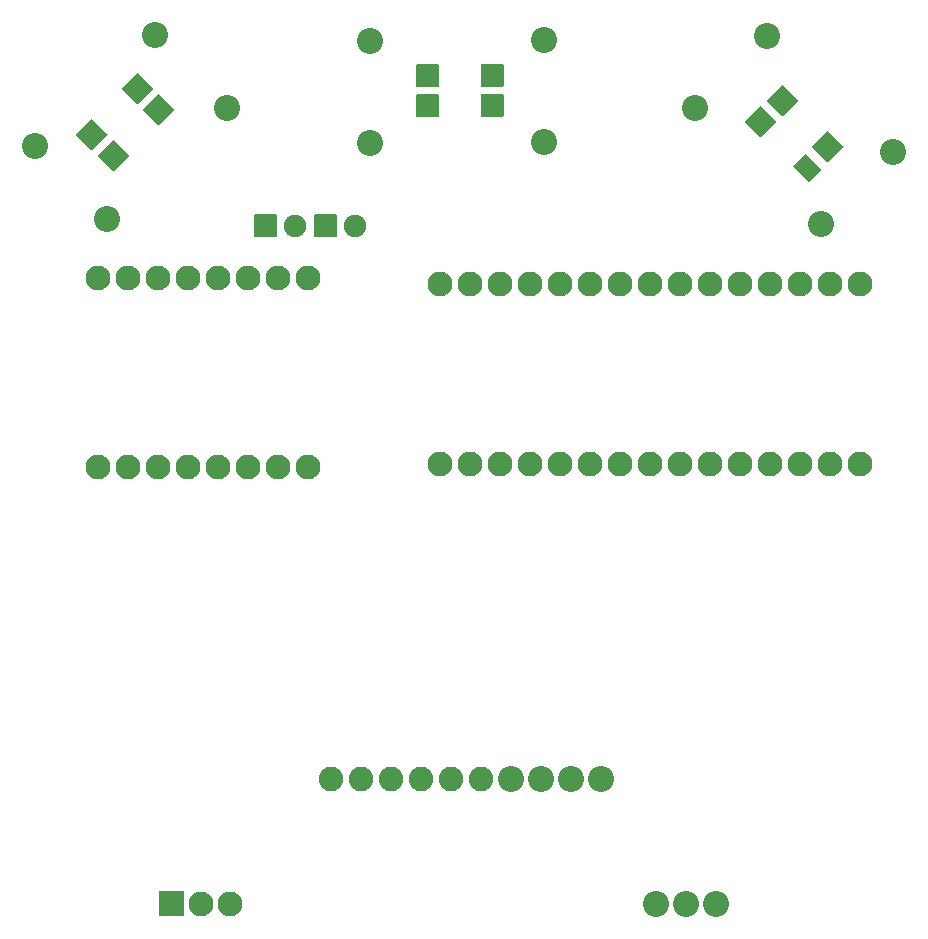
<source format=gts>
G04 Layer: TopSolderMaskLayer*
G04 EasyEDA v6.5.5, 2022-07-13 22:11:28*
G04 388c56e55b024576a5eedb72c528fe0a,d87ca97578a24c0188edd79bd05468ec,10*
G04 Gerber Generator version 0.2*
G04 Scale: 100 percent, Rotated: No, Reflected: No *
G04 Dimensions in millimeters *
G04 leading zeros omitted , absolute positions ,4 integer and 5 decimal *
%FSLAX45Y45*%
%MOMM*%

%ADD23C,2.1016*%
%ADD25C,1.9016*%
%ADD26C,2.2032*%
%ADD28C,2.0832*%

%LPD*%
G36*
X1432052Y-7661655D02*
G01*
X1432001Y-7661579D01*
X1430477Y-7661325D01*
X1428953Y-7660563D01*
X1427937Y-7659547D01*
X1427175Y-7658023D01*
X1426921Y-7656499D01*
X1426971Y-7656576D01*
X1426971Y-7456423D01*
X1426921Y-7456500D01*
X1427175Y-7454976D01*
X1427937Y-7453452D01*
X1428953Y-7452436D01*
X1430477Y-7451674D01*
X1432001Y-7451420D01*
X1432052Y-7451344D01*
X1631950Y-7451344D01*
X1632000Y-7451420D01*
X1633524Y-7451674D01*
X1635048Y-7452436D01*
X1636064Y-7453452D01*
X1636826Y-7454976D01*
X1637080Y-7456500D01*
X1637029Y-7456423D01*
X1637029Y-7656576D01*
X1637080Y-7656499D01*
X1636826Y-7658023D01*
X1636064Y-7659547D01*
X1635048Y-7660563D01*
X1633524Y-7661325D01*
X1632000Y-7661579D01*
X1631950Y-7661655D01*
G37*
D23*
G01*
X1781987Y-7556500D03*
G01*
X2032000Y-7556500D03*
G36*
X2746087Y-1911205D02*
G01*
X2744563Y-1910951D01*
X2743039Y-1910189D01*
X2742023Y-1909173D01*
X2741261Y-1907649D01*
X2741007Y-1906125D01*
X2740913Y-1906015D01*
X2740913Y-1726184D01*
X2741007Y-1726125D01*
X2741261Y-1724601D01*
X2742023Y-1723077D01*
X2743039Y-1722061D01*
X2744563Y-1721299D01*
X2746087Y-1721045D01*
X2745993Y-1721104D01*
X2926079Y-1721104D01*
X2926087Y-1721045D01*
X2927611Y-1721299D01*
X2929135Y-1722061D01*
X2930151Y-1723077D01*
X2930913Y-1724601D01*
X2931167Y-1726125D01*
X2931159Y-1726184D01*
X2931159Y-1906015D01*
X2931167Y-1906125D01*
X2930913Y-1907649D01*
X2930151Y-1909173D01*
X2929135Y-1910189D01*
X2927611Y-1910951D01*
X2926087Y-1911205D01*
X2926079Y-1911095D01*
X2745993Y-1911095D01*
G37*
D25*
G01*
X3086100Y-1816100D03*
G36*
X2238113Y-1911205D02*
G01*
X2236589Y-1910951D01*
X2235065Y-1910189D01*
X2234049Y-1909173D01*
X2233287Y-1907649D01*
X2233033Y-1906125D01*
X2232913Y-1906015D01*
X2232913Y-1726184D01*
X2233033Y-1726125D01*
X2233287Y-1724601D01*
X2234049Y-1723077D01*
X2235065Y-1722061D01*
X2236589Y-1721299D01*
X2238113Y-1721045D01*
X2237993Y-1721104D01*
X2418079Y-1721104D01*
X2418113Y-1721045D01*
X2419637Y-1721299D01*
X2421161Y-1722061D01*
X2422177Y-1723077D01*
X2422939Y-1724601D01*
X2423193Y-1726125D01*
X2423159Y-1726184D01*
X2423159Y-1906015D01*
X2423193Y-1906125D01*
X2422939Y-1907649D01*
X2422177Y-1909173D01*
X2421161Y-1910189D01*
X2419637Y-1910951D01*
X2418113Y-1911205D01*
X2418079Y-1911095D01*
X2237993Y-1911095D01*
G37*
G01*
X2578100Y-1816100D03*
D23*
G01*
X3810000Y-3835400D03*
G01*
X4064000Y-3835400D03*
G01*
X4318000Y-3835400D03*
G01*
X4572000Y-3835400D03*
G01*
X4826000Y-3835400D03*
G01*
X5080000Y-3835400D03*
G01*
X5334000Y-3835400D03*
G01*
X5588000Y-3835400D03*
G01*
X5842000Y-3835400D03*
G01*
X6096000Y-3835400D03*
G01*
X6350000Y-3835400D03*
G01*
X6604000Y-3835400D03*
G01*
X6858000Y-3835400D03*
G01*
X7112000Y-3835400D03*
G01*
X7366000Y-3835400D03*
G01*
X7366000Y-2311400D03*
G01*
X7112000Y-2311400D03*
G01*
X6858000Y-2311400D03*
G01*
X6604000Y-2311400D03*
G01*
X6350000Y-2311400D03*
G01*
X6096000Y-2311400D03*
G01*
X5842000Y-2311400D03*
G01*
X5588000Y-2311400D03*
G01*
X5334000Y-2311400D03*
G01*
X5080000Y-2311400D03*
G01*
X4826000Y-2311400D03*
G01*
X4572000Y-2311400D03*
G01*
X4318000Y-2311400D03*
G01*
X4064000Y-2311400D03*
G01*
X3810000Y-2311400D03*
D26*
G01*
X989329Y-1756587D03*
G01*
X378663Y-1145920D03*
G01*
X2005329Y-816787D03*
G01*
X1394663Y-206120D03*
G01*
X3213100Y-1117600D03*
G01*
X3213100Y-254000D03*
G01*
X4686300Y-1104900D03*
G01*
X4686300Y-241300D03*
G01*
X5965012Y-824229D03*
G01*
X6575679Y-213563D03*
G01*
X7031812Y-1802129D03*
G01*
X7642479Y-1191463D03*
G36*
X858469Y-1176324D02*
G01*
X856945Y-1175816D01*
X855675Y-1174800D01*
X855726Y-1174750D01*
X728471Y-1047495D01*
X728395Y-1047521D01*
X727379Y-1046251D01*
X726871Y-1044727D01*
X726871Y-1043203D01*
X727379Y-1041679D01*
X728395Y-1040409D01*
X728471Y-1040384D01*
X855726Y-913129D01*
X855675Y-913129D01*
X856945Y-912113D01*
X858469Y-911605D01*
X859993Y-911605D01*
X861517Y-912113D01*
X862787Y-913129D01*
X862837Y-913129D01*
X990092Y-1040384D01*
X990066Y-1040409D01*
X991082Y-1041679D01*
X991590Y-1043203D01*
X991590Y-1044727D01*
X991082Y-1046251D01*
X990092Y-1047495D01*
X862787Y-1174800D01*
X861517Y-1175816D01*
X859993Y-1176324D01*
G37*
G36*
X1038072Y-1355928D02*
G01*
X1036548Y-1355420D01*
X1035278Y-1354404D01*
X1035304Y-1354328D01*
X908050Y-1227073D01*
X907999Y-1227124D01*
X906983Y-1225854D01*
X906475Y-1224330D01*
X906475Y-1222806D01*
X906983Y-1221282D01*
X907999Y-1220012D01*
X1035304Y-1092707D01*
X1036548Y-1091717D01*
X1038072Y-1091209D01*
X1039596Y-1091209D01*
X1041120Y-1091717D01*
X1042390Y-1092733D01*
X1042415Y-1092707D01*
X1169670Y-1219962D01*
X1169670Y-1220012D01*
X1170686Y-1221282D01*
X1171194Y-1222806D01*
X1171194Y-1224330D01*
X1170686Y-1225854D01*
X1169670Y-1227073D01*
X1042415Y-1354328D01*
X1042390Y-1354404D01*
X1041120Y-1355420D01*
X1039596Y-1355928D01*
G37*
G36*
X1246403Y-788390D02*
G01*
X1244879Y-787882D01*
X1243609Y-786866D01*
X1243584Y-786892D01*
X1116329Y-659637D01*
X1116329Y-659587D01*
X1115313Y-658317D01*
X1114805Y-656793D01*
X1114805Y-655269D01*
X1115313Y-653745D01*
X1116329Y-652526D01*
X1243584Y-525271D01*
X1243609Y-525195D01*
X1244879Y-524179D01*
X1246403Y-523671D01*
X1247927Y-523671D01*
X1249451Y-524179D01*
X1250721Y-525195D01*
X1250695Y-525271D01*
X1377950Y-652526D01*
X1378000Y-652475D01*
X1379016Y-653745D01*
X1379524Y-655269D01*
X1379524Y-656793D01*
X1379016Y-658317D01*
X1378000Y-659587D01*
X1250695Y-786892D01*
X1250721Y-786866D01*
X1249451Y-787882D01*
X1247927Y-788390D01*
G37*
G36*
X1426006Y-967994D02*
G01*
X1424482Y-967486D01*
X1423212Y-966470D01*
X1423162Y-966470D01*
X1295907Y-839215D01*
X1295933Y-839190D01*
X1294917Y-837920D01*
X1294409Y-836396D01*
X1294409Y-834872D01*
X1294917Y-833348D01*
X1295933Y-832078D01*
X1295907Y-832104D01*
X1423212Y-704799D01*
X1424482Y-703783D01*
X1426006Y-703275D01*
X1427530Y-703275D01*
X1429054Y-703783D01*
X1430324Y-704799D01*
X1430273Y-704850D01*
X1557528Y-832104D01*
X1557604Y-832078D01*
X1558620Y-833348D01*
X1559128Y-834872D01*
X1559128Y-836396D01*
X1558620Y-837920D01*
X1557604Y-839190D01*
X1557528Y-839215D01*
X1430273Y-966470D01*
X1430324Y-966470D01*
X1429054Y-967486D01*
X1427530Y-967994D01*
G37*
G36*
X3610780Y-641179D02*
G01*
X3609256Y-640925D01*
X3607732Y-640163D01*
X3606716Y-639147D01*
X3605954Y-637623D01*
X3605700Y-636099D01*
X3605784Y-636015D01*
X3605784Y-456184D01*
X3605700Y-456100D01*
X3605954Y-454576D01*
X3606716Y-453052D01*
X3607732Y-452036D01*
X3609256Y-451274D01*
X3610780Y-451020D01*
X3610863Y-451104D01*
X3790695Y-451104D01*
X3790779Y-451020D01*
X3792303Y-451274D01*
X3793827Y-452036D01*
X3794843Y-453052D01*
X3795605Y-454576D01*
X3795859Y-456100D01*
X3795775Y-456184D01*
X3795775Y-636015D01*
X3795859Y-636099D01*
X3795605Y-637623D01*
X3794843Y-639147D01*
X3793827Y-640163D01*
X3792303Y-640925D01*
X3790779Y-641179D01*
X3790695Y-641095D01*
X3610863Y-641095D01*
G37*
G36*
X3610780Y-895179D02*
G01*
X3609256Y-894925D01*
X3607732Y-894163D01*
X3606716Y-893147D01*
X3605954Y-891623D01*
X3605700Y-890099D01*
X3605784Y-890015D01*
X3605784Y-710184D01*
X3605700Y-710100D01*
X3605954Y-708576D01*
X3606716Y-707052D01*
X3607732Y-706036D01*
X3609256Y-705274D01*
X3610780Y-705020D01*
X3610863Y-705104D01*
X3790695Y-705104D01*
X3790779Y-705020D01*
X3792303Y-705274D01*
X3793827Y-706036D01*
X3794843Y-707052D01*
X3795605Y-708576D01*
X3795859Y-710100D01*
X3795775Y-710184D01*
X3795775Y-890015D01*
X3795859Y-890099D01*
X3795605Y-891623D01*
X3794843Y-893147D01*
X3793827Y-894163D01*
X3792303Y-894925D01*
X3790779Y-895179D01*
X3790695Y-895095D01*
X3610863Y-895095D01*
G37*
G36*
X4159420Y-641179D02*
G01*
X4157896Y-640925D01*
X4156372Y-640163D01*
X4155356Y-639147D01*
X4154594Y-637623D01*
X4154340Y-636099D01*
X4154424Y-636015D01*
X4154424Y-456184D01*
X4154340Y-456100D01*
X4154594Y-454576D01*
X4155356Y-453052D01*
X4156372Y-452036D01*
X4157896Y-451274D01*
X4159420Y-451020D01*
X4159504Y-451104D01*
X4339336Y-451104D01*
X4339419Y-451020D01*
X4340943Y-451274D01*
X4342467Y-452036D01*
X4343483Y-453052D01*
X4344245Y-454576D01*
X4344499Y-456100D01*
X4344415Y-456184D01*
X4344415Y-636015D01*
X4344499Y-636099D01*
X4344245Y-637623D01*
X4343483Y-639147D01*
X4342467Y-640163D01*
X4340943Y-640925D01*
X4339419Y-641179D01*
X4339336Y-641095D01*
X4159504Y-641095D01*
G37*
G36*
X4159420Y-895179D02*
G01*
X4157896Y-894925D01*
X4156372Y-894163D01*
X4155356Y-893147D01*
X4154594Y-891623D01*
X4154340Y-890099D01*
X4154424Y-890015D01*
X4154424Y-710184D01*
X4154340Y-710100D01*
X4154594Y-708576D01*
X4155356Y-707052D01*
X4156372Y-706036D01*
X4157896Y-705274D01*
X4159420Y-705020D01*
X4159504Y-705104D01*
X4339336Y-705104D01*
X4339419Y-705020D01*
X4340943Y-705274D01*
X4342467Y-706036D01*
X4343483Y-707052D01*
X4344245Y-708576D01*
X4344499Y-710100D01*
X4344415Y-710184D01*
X4344415Y-890015D01*
X4344499Y-890099D01*
X4344245Y-891623D01*
X4343483Y-893147D01*
X4342467Y-894163D01*
X4340943Y-894925D01*
X4339419Y-895179D01*
X4339336Y-895095D01*
X4159504Y-895095D01*
G37*
G36*
X6702272Y-889990D02*
G01*
X6700748Y-889482D01*
X6699478Y-888466D01*
X6572199Y-761187D01*
X6571183Y-759917D01*
X6570675Y-758393D01*
X6570675Y-756869D01*
X6571183Y-755345D01*
X6572199Y-754075D01*
X6572250Y-754126D01*
X6699504Y-626871D01*
X6699478Y-626795D01*
X6700748Y-625779D01*
X6702272Y-625271D01*
X6703796Y-625271D01*
X6705320Y-625779D01*
X6706590Y-626795D01*
X6706615Y-626871D01*
X6833870Y-754126D01*
X6834886Y-755345D01*
X6835393Y-756869D01*
X6835393Y-758393D01*
X6834886Y-759917D01*
X6833870Y-761187D01*
X6833870Y-761237D01*
X6706615Y-888492D01*
X6706590Y-888466D01*
X6705320Y-889482D01*
X6703796Y-889990D01*
G37*
G36*
X6522669Y-1069594D02*
G01*
X6521145Y-1069086D01*
X6519875Y-1068070D01*
X6519925Y-1068070D01*
X6392672Y-940815D01*
X6392595Y-940790D01*
X6391579Y-939520D01*
X6391071Y-937996D01*
X6391071Y-936472D01*
X6391579Y-934948D01*
X6392595Y-933678D01*
X6392672Y-933704D01*
X6519925Y-806450D01*
X6519875Y-806399D01*
X6521145Y-805383D01*
X6522669Y-804875D01*
X6524193Y-804875D01*
X6525717Y-805383D01*
X6526987Y-806399D01*
X6527038Y-806450D01*
X6654291Y-933704D01*
X6654266Y-933678D01*
X6655282Y-934948D01*
X6655790Y-936472D01*
X6655790Y-937996D01*
X6655282Y-939520D01*
X6654266Y-940790D01*
X6654291Y-940815D01*
X6527038Y-1068070D01*
X6526987Y-1068070D01*
X6525717Y-1069086D01*
X6524193Y-1069594D01*
G37*
G36*
X7090206Y-1277924D02*
G01*
X7088682Y-1277416D01*
X7087412Y-1276400D01*
X7087361Y-1276350D01*
X6960108Y-1149095D01*
X6960133Y-1149121D01*
X6959117Y-1147851D01*
X6958609Y-1146327D01*
X6958609Y-1144803D01*
X6959117Y-1143279D01*
X6960133Y-1142009D01*
X6960108Y-1141984D01*
X7087361Y-1014729D01*
X7087412Y-1014729D01*
X7088682Y-1013713D01*
X7090206Y-1013205D01*
X7091730Y-1013205D01*
X7093254Y-1013713D01*
X7094524Y-1014729D01*
X7094474Y-1014729D01*
X7221727Y-1141984D01*
X7221804Y-1142009D01*
X7222820Y-1143279D01*
X7223328Y-1144803D01*
X7223328Y-1146327D01*
X7222820Y-1147851D01*
X7221804Y-1149121D01*
X7221727Y-1149095D01*
X7094474Y-1276350D01*
X7094524Y-1276400D01*
X7093254Y-1277416D01*
X7091730Y-1277924D01*
G37*
G36*
X6923953Y-1444177D02*
G01*
X6922429Y-1443669D01*
X6921159Y-1442653D01*
X6921245Y-1442720D01*
X6793738Y-1315465D01*
X6793880Y-1315374D01*
X6792864Y-1314104D01*
X6792356Y-1312580D01*
X6792356Y-1311056D01*
X6792864Y-1309532D01*
X6793880Y-1308262D01*
X6793738Y-1308100D01*
X6894322Y-1207770D01*
X6894459Y-1207683D01*
X6895729Y-1206667D01*
X6897253Y-1206159D01*
X6898777Y-1206159D01*
X6900301Y-1206667D01*
X6901571Y-1207683D01*
X6901688Y-1207770D01*
X7028941Y-1335023D01*
X7028850Y-1334963D01*
X7029866Y-1336233D01*
X7030374Y-1337757D01*
X7030374Y-1339281D01*
X7029866Y-1340805D01*
X7028850Y-1342075D01*
X7028941Y-1342136D01*
X6928358Y-1442720D01*
X6928271Y-1442653D01*
X6927001Y-1443669D01*
X6925477Y-1444177D01*
G37*
D23*
G01*
X2184400Y-3860800D03*
G01*
X2438400Y-3860800D03*
G01*
X2692400Y-3860800D03*
G01*
X1930400Y-3860800D03*
G01*
X1676400Y-3860800D03*
G01*
X1422400Y-3860800D03*
G01*
X1168400Y-3860800D03*
G01*
X914400Y-3860800D03*
G01*
X914400Y-2260600D03*
G01*
X1168400Y-2260600D03*
G01*
X1422400Y-2260600D03*
G01*
X1676400Y-2260600D03*
G01*
X1930400Y-2260600D03*
G01*
X2184400Y-2260600D03*
G01*
X2438400Y-2260600D03*
G01*
X2692400Y-2260600D03*
D26*
G01*
X4914900Y-6502400D03*
G01*
X4660900Y-6502400D03*
G01*
X4406900Y-6502400D03*
D28*
G01*
X4152900Y-6502400D03*
G01*
X3898900Y-6502400D03*
G01*
X3644900Y-6502400D03*
G01*
X3390900Y-6502400D03*
G01*
X3136900Y-6502400D03*
G01*
X2882900Y-6502400D03*
D26*
G01*
X5168900Y-6502400D03*
G01*
X5638800Y-7556500D03*
G01*
X5892800Y-7556500D03*
G01*
X6146800Y-7556500D03*
M02*

</source>
